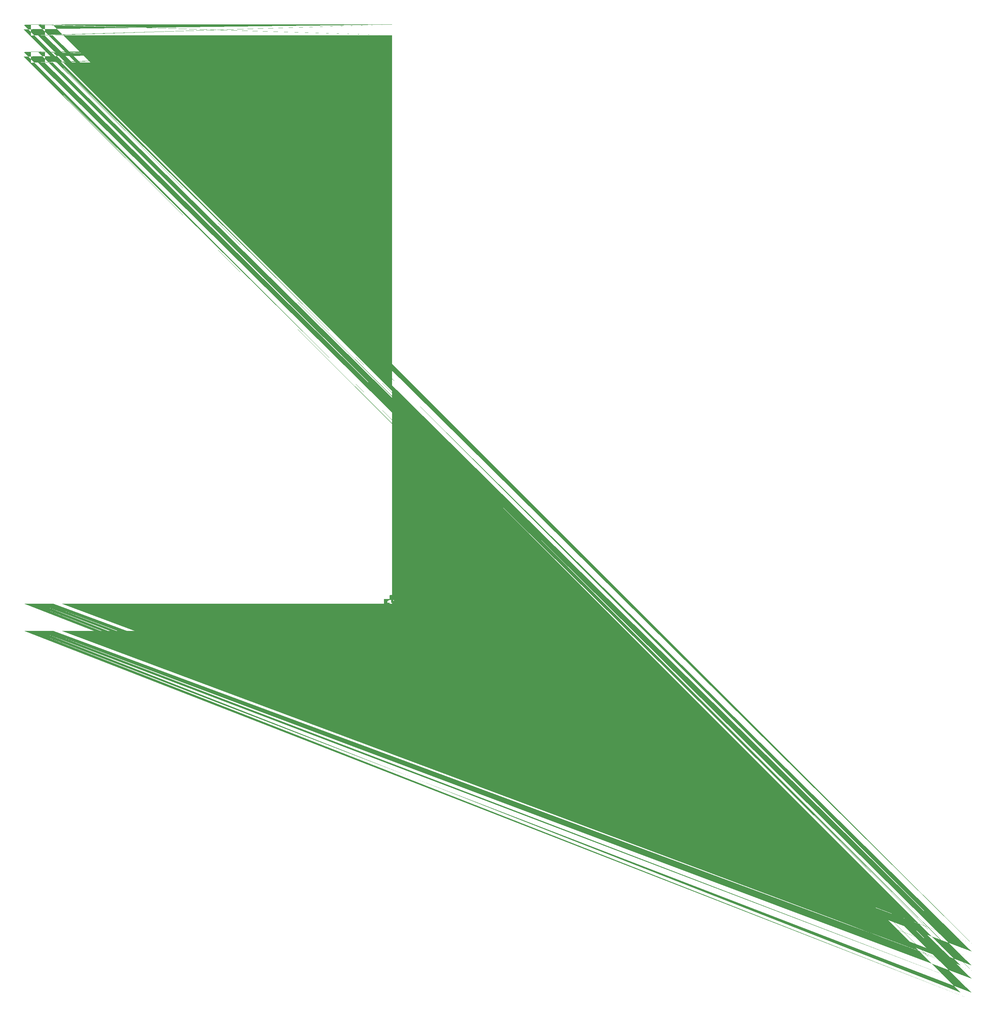
<source format=gtl>
G04 #@! TF.GenerationSoftware,KiCad,Pcbnew,8.0.9-8.0.9-0~ubuntu22.04.1*
G04 #@! TF.CreationDate,2025-06-17T20:00:39-06:00*
G04 #@! TF.ProjectId,dongle,646f6e67-6c65-42e6-9b69-6361645f7063,rev?*
G04 #@! TF.SameCoordinates,Original*
G04 #@! TF.FileFunction,Copper,L1,Top*
G04 #@! TF.FilePolarity,Positive*
%FSLAX46Y46*%
G04 Gerber Fmt 4.6, Leading zero omitted, Abs format (unit mm)*
G04 Created by KiCad (PCBNEW 8.0.9-8.0.9-0~ubuntu22.04.1) date 2025-06-17 20:00:39*
%MOMM*%
%LPD*%
G01*
G04 APERTURE LIST*
G04 Aperture macros list*
%AMRoundRect*
0 Rectangle with rounded corners*
0 $1 Rounding radius*
0 $2 $3 $4 $5 $6 $7 $8 $9 X,Y pos of 4 corners*
0 Add a 4 corners polygon primitive as box body*
4,1,4,$2,$3,$4,$5,$6,$7,$8,$9,$2,$3,0*
0 Add four circle primitives for the rounded corners*
1,1,$1+$1,$2,$3*
1,1,$1+$1,$4,$5*
1,1,$1+$1,$6,$7*
1,1,$1+$1,$8,$9*
0 Add four rect primitives between the rounded corners*
20,1,$1+$1,$2,$3,$4,$5,0*
20,1,$1+$1,$4,$5,$6,$7,0*
20,1,$1+$1,$6,$7,$8,$9,0*
20,1,$1+$1,$8,$9,$2,$3,0*%
%AMFreePoly0*
4,1,229,0.026192,0.903996,0.026383,0.903985,0.052383,0.901985,0.052573,0.901967,0.078573,0.898967,0.078944,0.898910,0.104944,0.893910,0.105167,0.893862,0.130167,0.887862,0.130300,0.887828,0.156300,0.880828,0.156756,0.880682,0.180756,0.871682,0.180923,0.871615,0.204923,0.861615,0.205083,0.861545,0.229083,0.850545,0.229460,0.850353,0.252460,0.837353,0.252684,0.837218,
0.296684,0.809218,0.297030,0.808977,0.318030,0.792977,0.318238,0.792810,0.338238,0.775810,0.338439,0.775630,0.357439,0.757630,0.357630,0.757439,0.375630,0.738439,0.375810,0.738238,0.392810,0.718238,0.392977,0.718030,0.408977,0.697030,0.409218,0.696684,0.437218,0.652684,0.437353,0.652460,0.450353,0.629460,0.450545,0.629083,0.461545,0.605083,0.461615,0.604923,
0.471615,0.580923,0.471682,0.580756,0.480682,0.556756,0.480828,0.556300,0.487828,0.530300,0.487862,0.530167,0.493862,0.505167,0.493910,0.504944,0.498910,0.478944,0.498967,0.478573,0.501967,0.452573,0.501985,0.452383,0.503985,0.426383,0.503996,0.426192,0.504996,0.400192,0.505000,0.400000,0.505000,-0.400000,0.504996,-0.400192,0.503996,-0.426192,0.503985,-0.426383,
0.501985,-0.452383,0.501967,-0.452573,0.498967,-0.478573,0.498910,-0.478944,0.493910,-0.504944,0.493862,-0.505167,0.487862,-0.530167,0.487828,-0.530300,0.480828,-0.556300,0.480682,-0.556756,0.471682,-0.580756,0.471615,-0.580923,0.461615,-0.604923,0.461545,-0.605083,0.450545,-0.629083,0.450353,-0.629460,0.437353,-0.652460,0.437218,-0.652684,0.409218,-0.696684,0.408977,-0.697030,
0.392977,-0.718030,0.392810,-0.718238,0.375810,-0.738238,0.375630,-0.738439,0.357630,-0.757439,0.357439,-0.757630,0.338439,-0.775630,0.338238,-0.775810,0.318238,-0.792810,0.318030,-0.792977,0.297030,-0.808977,0.296684,-0.809218,0.252684,-0.837218,0.252460,-0.837353,0.229460,-0.850353,0.229083,-0.850545,0.205083,-0.861545,0.204923,-0.861615,0.180923,-0.871615,0.180756,-0.871682,
0.156756,-0.880682,0.156300,-0.880828,0.130300,-0.887828,0.130167,-0.887862,0.105167,-0.893862,0.104944,-0.893910,0.078944,-0.898910,0.078573,-0.898967,0.052573,-0.901967,0.052383,-0.901985,0.026383,-0.903985,0.026192,-0.903996,0.000192,-0.904996,-0.000192,-0.904996,-0.026192,-0.903996,-0.026383,-0.903985,-0.052383,-0.901985,-0.052573,-0.901967,-0.078573,-0.898967,-0.078944,-0.898910,
-0.104944,-0.893910,-0.105167,-0.893862,-0.130167,-0.887862,-0.130300,-0.887828,-0.156300,-0.880828,-0.156756,-0.880682,-0.180756,-0.871682,-0.180923,-0.871615,-0.204923,-0.861615,-0.205083,-0.861545,-0.229083,-0.850545,-0.229460,-0.850353,-0.252460,-0.837353,-0.252684,-0.837218,-0.296684,-0.809218,-0.297030,-0.808977,-0.318030,-0.792977,-0.318238,-0.792810,-0.338238,-0.775810,-0.338439,-0.775630,
-0.357439,-0.757630,-0.357630,-0.757439,-0.375630,-0.738439,-0.375810,-0.738238,-0.392810,-0.718238,-0.392977,-0.718030,-0.408977,-0.697030,-0.409218,-0.696684,-0.437218,-0.652684,-0.437353,-0.652460,-0.450353,-0.629460,-0.450545,-0.629083,-0.461545,-0.605083,-0.461615,-0.604923,-0.471615,-0.580923,-0.471682,-0.580756,-0.480682,-0.556756,-0.480828,-0.556300,-0.487828,-0.530300,-0.487862,-0.530167,
-0.493862,-0.505167,-0.493910,-0.504944,-0.498910,-0.478944,-0.498967,-0.478573,-0.501967,-0.452573,-0.501985,-0.452383,-0.503985,-0.426383,-0.503996,-0.426192,-0.504996,-0.400192,-0.505000,-0.400000,-0.505000,0.400000,-0.504996,0.400192,-0.503996,0.426192,-0.503985,0.426383,-0.501985,0.452383,-0.501967,0.452573,-0.498967,0.478573,-0.498910,0.478944,-0.493910,0.504944,-0.493862,0.505167,
-0.487862,0.530167,-0.487828,0.530300,-0.480828,0.556300,-0.480682,0.556756,-0.471682,0.580756,-0.471615,0.580923,-0.461615,0.604923,-0.461545,0.605083,-0.450545,0.629083,-0.450353,0.629460,-0.437353,0.652460,-0.437218,0.652684,-0.409218,0.696684,-0.408977,0.697030,-0.392977,0.718030,-0.392810,0.718238,-0.375810,0.738238,-0.375630,0.738439,-0.357630,0.757439,-0.357439,0.757630,
-0.338439,0.775630,-0.338238,0.775810,-0.318238,0.792810,-0.318030,0.792977,-0.297030,0.808977,-0.296684,0.809218,-0.252684,0.837218,-0.252460,0.837353,-0.229460,0.850353,-0.229083,0.850545,-0.205083,0.861545,-0.204923,0.861615,-0.180923,0.871615,-0.180756,0.871682,-0.156756,0.880682,-0.156300,0.880828,-0.130300,0.887828,-0.130167,0.887862,-0.105167,0.893862,-0.104944,0.893910,
-0.078944,0.898910,-0.078573,0.898967,-0.052573,0.901967,-0.052383,0.901985,-0.026383,0.903985,-0.026192,0.903996,-0.000192,0.904996,0.000192,0.904996,0.026192,0.903996,0.026192,0.903996,$1*%
G04 Aperture macros list end*
G04 #@! TA.AperFunction,EtchedComponent*
%ADD10C,0.200000*%
G04 #@! TD*
G04 #@! TA.AperFunction,SMDPad,CuDef*
%ADD11RoundRect,0.147500X-0.147500X-0.172500X0.147500X-0.172500X0.147500X0.172500X-0.147500X0.172500X0*%
G04 #@! TD*
G04 #@! TA.AperFunction,SMDPad,CuDef*
%ADD12RoundRect,0.100000X0.100000X-0.130000X0.100000X0.130000X-0.100000X0.130000X-0.100000X-0.130000X0*%
G04 #@! TD*
G04 #@! TA.AperFunction,SMDPad,CuDef*
%ADD13R,0.850000X0.300000*%
G04 #@! TD*
G04 #@! TA.AperFunction,SMDPad,CuDef*
%ADD14R,0.300000X0.850000*%
G04 #@! TD*
G04 #@! TA.AperFunction,SMDPad,CuDef*
%ADD15RoundRect,0.100000X-0.100000X0.130000X-0.100000X-0.130000X0.100000X-0.130000X0.100000X0.130000X0*%
G04 #@! TD*
G04 #@! TA.AperFunction,SMDPad,CuDef*
%ADD16RoundRect,0.100000X0.130000X0.100000X-0.130000X0.100000X-0.130000X-0.100000X0.130000X-0.100000X0*%
G04 #@! TD*
G04 #@! TA.AperFunction,SMDPad,CuDef*
%ADD17RoundRect,0.140000X-0.170000X0.140000X-0.170000X-0.140000X0.170000X-0.140000X0.170000X0.140000X0*%
G04 #@! TD*
G04 #@! TA.AperFunction,SMDPad,CuDef*
%ADD18RoundRect,0.147500X-0.172500X0.147500X-0.172500X-0.147500X0.172500X-0.147500X0.172500X0.147500X0*%
G04 #@! TD*
G04 #@! TA.AperFunction,SMDPad,CuDef*
%ADD19R,1.200000X1.000000*%
G04 #@! TD*
G04 #@! TA.AperFunction,SMDPad,CuDef*
%ADD20RoundRect,0.140000X0.140000X0.170000X-0.140000X0.170000X-0.140000X-0.170000X0.140000X-0.170000X0*%
G04 #@! TD*
G04 #@! TA.AperFunction,SMDPad,CuDef*
%ADD21RoundRect,0.050000X-0.050000X0.050000X-0.050000X-0.050000X0.050000X-0.050000X0.050000X0.050000X0*%
G04 #@! TD*
G04 #@! TA.AperFunction,ComponentPad*
%ADD22FreePoly0,90.000000*%
G04 #@! TD*
G04 #@! TA.AperFunction,ViaPad*
%ADD23C,0.400000*%
G04 #@! TD*
G04 #@! TA.AperFunction,Conductor*
%ADD24C,0.150000*%
G04 #@! TD*
G04 #@! TA.AperFunction,Conductor*
%ADD25C,0.120000*%
G04 #@! TD*
G04 #@! TA.AperFunction,Conductor*
%ADD26C,0.200000*%
G04 #@! TD*
G04 #@! TA.AperFunction,Conductor*
%ADD27C,0.100000*%
G04 #@! TD*
G04 APERTURE END LIST*
D10*
X153080002Y-89600002D02*
X156930002Y-89600002D01*
X154030002Y-91900002D02*
X154030002Y-94100002D01*
X154030002Y-94100002D02*
X156930002Y-94100002D01*
X154030002Y-95900002D02*
X154030002Y-97900002D01*
X154030002Y-97900002D02*
X156930002Y-97900002D01*
X156930002Y-89600002D02*
X156930002Y-91900002D01*
X156930002Y-91900002D02*
X154030002Y-91900002D01*
X156930002Y-94100002D02*
X156930002Y-95900002D01*
X156930002Y-95900002D02*
X154030002Y-95900002D01*
X156930002Y-97900002D02*
X156930002Y-99800002D01*
X156930002Y-99800002D02*
X155630002Y-99800002D01*
D11*
X152065000Y-89800000D03*
X153035000Y-89800000D03*
D12*
X141050002Y-92820000D03*
X141049998Y-92180000D03*
D13*
X144550000Y-94475000D03*
X144550000Y-94975000D03*
X144550000Y-95475000D03*
X144550000Y-95975000D03*
X144550000Y-96475000D03*
X144550000Y-96975000D03*
X144550000Y-97475000D03*
X144550000Y-97975000D03*
D14*
X145250000Y-98675000D03*
X145750000Y-98675000D03*
X146250000Y-98675000D03*
X146750000Y-98675000D03*
X147250000Y-98675000D03*
X147750000Y-98675000D03*
X148250000Y-98675000D03*
X148750000Y-98675000D03*
D13*
X149450000Y-97975000D03*
X149450000Y-97475000D03*
X149450000Y-96975000D03*
X149450000Y-96475000D03*
X149450000Y-95975000D03*
X149450000Y-95475000D03*
X149450000Y-94975000D03*
X149450000Y-94475000D03*
D14*
X148750000Y-93775000D03*
X148250000Y-93775000D03*
X147750000Y-93775000D03*
X147250000Y-93775000D03*
X146750000Y-93775000D03*
X146250000Y-93775000D03*
X145750000Y-93775000D03*
X145250000Y-93775000D03*
D15*
X143325002Y-92255000D03*
X143324998Y-92895000D03*
D16*
X144400000Y-99550000D03*
X143760004Y-99550006D03*
D17*
X150700000Y-91625000D03*
X150700000Y-92584998D03*
D16*
X144399998Y-100375004D03*
X143760002Y-100375010D03*
D18*
X150750000Y-95540000D03*
X150750000Y-96510000D03*
D15*
X143200002Y-94805000D03*
X143199998Y-95445000D03*
D19*
X146050000Y-91599998D03*
X147750000Y-91599998D03*
X147750000Y-90299998D03*
X146050000Y-90299998D03*
D18*
X150725000Y-97515000D03*
X150725000Y-98485000D03*
D12*
X143375001Y-97070002D03*
X143374999Y-96429998D03*
D20*
X153030000Y-90825000D03*
X152070000Y-90825000D03*
D21*
X153080002Y-89600002D03*
D18*
X150700000Y-93565000D03*
X150700000Y-94535000D03*
D22*
X142600000Y-98500000D03*
X142600000Y-91100000D03*
D23*
X151300000Y-92100000D03*
X145175000Y-99650000D03*
X148800000Y-89475000D03*
X151325000Y-98025000D03*
X146725000Y-92775000D03*
X149450000Y-100175000D03*
X144100000Y-89475000D03*
X141250000Y-99200000D03*
X146925000Y-94525000D03*
X151125000Y-89800000D03*
X148950000Y-91875000D03*
X151350000Y-96025000D03*
X141175000Y-90750000D03*
X142750000Y-99650000D03*
X151325000Y-94050000D03*
X148125000Y-100175000D03*
X150075000Y-89800000D03*
X146200000Y-94600000D03*
X148475000Y-96975000D03*
X145625000Y-100425000D03*
X147750000Y-94600000D03*
X149600000Y-93875000D03*
X150075000Y-99175000D03*
X145825000Y-97550000D03*
X143650000Y-94400000D03*
X146225000Y-97000000D03*
X141650000Y-95050000D03*
X143600000Y-97750000D03*
X145450000Y-96000000D03*
X141650000Y-94400000D03*
X144825000Y-92425000D03*
X147250000Y-97025000D03*
X143325000Y-95925000D03*
X147225000Y-89475000D03*
X147675000Y-92550000D03*
X149425000Y-93100000D03*
X144325000Y-91250000D03*
X145775000Y-94975000D03*
X148350000Y-92550000D03*
X145990000Y-92409998D03*
X143400000Y-93925000D03*
X141650000Y-92800000D03*
X141675000Y-95550000D03*
D24*
X148250000Y-94550000D02*
X148250000Y-93775000D01*
D25*
X146250000Y-93775000D02*
X146250000Y-93274904D01*
D26*
X149450000Y-97975000D02*
X149450000Y-97475000D01*
D24*
X149450000Y-94975000D02*
X148675000Y-94975000D01*
D26*
X152065000Y-89800000D02*
X151150000Y-89800000D01*
D25*
X146250000Y-93274904D02*
X146674952Y-92849952D01*
D24*
X148675000Y-94975000D02*
X148250000Y-94550000D01*
D26*
X143495000Y-95445000D02*
X143199998Y-95445000D01*
X144025000Y-95975000D02*
X143495000Y-95445000D01*
X144700000Y-95975000D02*
X144025000Y-95975000D01*
X144700000Y-95475000D02*
X146475000Y-95475000D01*
X144400000Y-99550000D02*
X144400000Y-99525000D01*
X144400000Y-99550000D02*
X144400000Y-100375002D01*
X144750000Y-94525000D02*
X145400000Y-94525000D01*
X146475000Y-95475000D02*
X146775000Y-95175000D01*
X149450000Y-93975000D02*
X149575000Y-93850000D01*
X146775000Y-95175000D02*
X146200000Y-94600000D01*
X144700000Y-94475000D02*
X144750000Y-94525000D01*
X144400000Y-99525000D02*
X145250000Y-98675000D01*
X149450000Y-96975000D02*
X148475000Y-96975000D01*
X149450000Y-94475000D02*
X149450000Y-93975000D01*
X146100000Y-94525000D02*
X146175000Y-94600000D01*
X144399998Y-100375004D02*
X145575004Y-100375004D01*
X147750000Y-93775000D02*
X147750000Y-94600000D01*
X145350000Y-94575000D02*
X145400000Y-94525000D01*
X144400000Y-100375002D02*
X144399998Y-100375004D01*
X145575004Y-100375004D02*
X145625000Y-100425000D01*
X145400000Y-94525000D02*
X146100000Y-94525000D01*
D25*
X150135000Y-96565000D02*
X150045000Y-96475000D01*
D26*
X150750000Y-98485000D02*
X150740000Y-98485000D01*
D25*
X150135000Y-97895000D02*
X150135000Y-96565000D01*
X150045000Y-96475000D02*
X149450000Y-96475000D01*
D26*
X150740000Y-98485000D02*
X150075000Y-99150000D01*
D25*
X150725000Y-98485000D02*
X150135000Y-97895000D01*
D26*
X150725000Y-96535000D02*
X150750000Y-96510000D01*
X150725000Y-97515000D02*
X150725000Y-96535000D01*
X150750000Y-96510000D02*
X150215000Y-95975000D01*
X150215000Y-95975000D02*
X149450000Y-95975000D01*
X150750000Y-94585000D02*
X150700000Y-94535000D01*
X150750000Y-95540000D02*
X150750000Y-94585000D01*
X150685000Y-95475000D02*
X150750000Y-95540000D01*
X149450000Y-95475000D02*
X150685000Y-95475000D01*
X143420001Y-96475000D02*
X143374999Y-96429998D01*
X144550000Y-96475000D02*
X143420001Y-96475000D01*
X144550000Y-97975000D02*
X144550000Y-98325000D01*
X144700000Y-97975000D02*
X144254998Y-97975000D01*
X143760004Y-99114996D02*
X143760004Y-99550006D01*
X144550000Y-98325000D02*
X143760004Y-99114996D01*
X145825000Y-97550000D02*
X145750000Y-97475000D01*
X145750000Y-97475000D02*
X144550000Y-97475000D01*
X150700000Y-93565000D02*
X150700000Y-92584998D01*
X151400000Y-90925000D02*
X151970000Y-90925000D01*
X150700000Y-91625000D02*
X151400000Y-90925000D01*
X151970000Y-90925000D02*
X152070000Y-90825000D01*
D24*
X143245000Y-94805000D02*
X143650000Y-94400000D01*
X143200002Y-94805000D02*
X143245000Y-94805000D01*
D26*
X143375001Y-97500001D02*
X143600000Y-97725000D01*
X143375001Y-97070002D02*
X143375001Y-97500001D01*
D27*
X146900000Y-89775000D02*
X147225000Y-89450000D01*
X145750000Y-93775000D02*
X145750000Y-93200000D01*
X146900000Y-92250000D02*
X146900000Y-89775000D01*
X146700000Y-92450000D02*
X146900000Y-92250000D01*
X146500000Y-92450000D02*
X146700000Y-92450000D01*
X147225000Y-89450000D02*
X147750000Y-89975000D01*
X147750000Y-89975000D02*
X147750000Y-90299998D01*
X145750000Y-93200000D02*
X146500000Y-92450000D01*
D25*
X147272452Y-92705000D02*
X147675000Y-92705000D01*
X146750000Y-93227452D02*
X147272452Y-92705000D01*
X147675000Y-92705000D02*
X147675000Y-92500000D01*
X146750000Y-93775000D02*
X146750000Y-93227452D01*
D26*
X148750000Y-93775000D02*
X149450000Y-93075000D01*
X144550000Y-94975000D02*
X145775000Y-94975000D01*
D25*
X147405000Y-93025000D02*
X148000000Y-93025000D01*
X147250000Y-93180000D02*
X147405000Y-93025000D01*
X148350000Y-92675000D02*
X148350000Y-92525000D01*
X147250000Y-93775000D02*
X147250000Y-93180000D01*
X148000000Y-93025000D02*
X148350000Y-92675000D01*
D27*
X145250000Y-93775000D02*
X145250000Y-93275000D01*
X145250000Y-93275000D02*
X146050000Y-92475000D01*
X146050000Y-92475000D02*
X146050000Y-91599998D01*
D26*
X143400000Y-92970002D02*
X143324998Y-92895000D01*
X143400000Y-93925000D02*
X143400000Y-92970002D01*
D24*
X141630000Y-92820000D02*
X141650000Y-92800000D01*
X141050002Y-92820000D02*
X141630000Y-92820000D01*
G04 #@! TA.AperFunction,Conductor*
G36*
X151401325Y-88824676D02*
G01*
X151468312Y-88844536D01*
X151513929Y-88897460D01*
X151525000Y-88948676D01*
X151525000Y-90500500D01*
X151505315Y-90567539D01*
X151452511Y-90613294D01*
X151401000Y-90624500D01*
X151360438Y-90624500D01*
X151322224Y-90634739D01*
X151284009Y-90644979D01*
X151284004Y-90644982D01*
X151215495Y-90684535D01*
X151215487Y-90684541D01*
X150791846Y-91108181D01*
X150730523Y-91141666D01*
X150704166Y-91144500D01*
X150490105Y-91144500D01*
X150474386Y-91146569D01*
X150440513Y-91151028D01*
X150440511Y-91151029D01*
X150440509Y-91151029D01*
X150331683Y-91201776D01*
X150246776Y-91286683D01*
X150196027Y-91395514D01*
X150189500Y-91445097D01*
X150189500Y-91804894D01*
X150189501Y-91804900D01*
X150196028Y-91854487D01*
X150196029Y-91854489D01*
X150196029Y-91854490D01*
X150246776Y-91963316D01*
X150300778Y-92017318D01*
X150334263Y-92078641D01*
X150329279Y-92148333D01*
X150300778Y-92192680D01*
X150246776Y-92246681D01*
X150196027Y-92355512D01*
X150189500Y-92405095D01*
X150189500Y-92764892D01*
X150189501Y-92764898D01*
X150196028Y-92814485D01*
X150196029Y-92814487D01*
X150196029Y-92814488D01*
X150246776Y-92923314D01*
X150300476Y-92977014D01*
X150333961Y-93038337D01*
X150328977Y-93108029D01*
X150300476Y-93152376D01*
X150240365Y-93212486D01*
X150189355Y-93316828D01*
X150186539Y-93336156D01*
X150179500Y-93384472D01*
X150179500Y-93384477D01*
X150179500Y-93613659D01*
X150159815Y-93680698D01*
X150107011Y-93726453D01*
X150037853Y-93736397D01*
X149974297Y-93707372D01*
X149945016Y-93669955D01*
X149939374Y-93658882D01*
X149928050Y-93636658D01*
X149928047Y-93636655D01*
X149928045Y-93636652D01*
X149838347Y-93546954D01*
X149838344Y-93546952D01*
X149838342Y-93546950D01*
X149794838Y-93524783D01*
X149744044Y-93476810D01*
X149727249Y-93408989D01*
X149749787Y-93342854D01*
X149750818Y-93341413D01*
X149753043Y-93338348D01*
X149753050Y-93338342D01*
X149810646Y-93225304D01*
X149810646Y-93225302D01*
X149810647Y-93225301D01*
X149810647Y-93225300D01*
X149830492Y-93100003D01*
X149830492Y-93099996D01*
X149810647Y-92974699D01*
X149810647Y-92974698D01*
X149809194Y-92971847D01*
X149753050Y-92861658D01*
X149753046Y-92861654D01*
X149753045Y-92861652D01*
X149663347Y-92771954D01*
X149663344Y-92771952D01*
X149663342Y-92771950D01*
X149550304Y-92714354D01*
X149550303Y-92714353D01*
X149550300Y-92714352D01*
X149425003Y-92694508D01*
X149424997Y-92694508D01*
X149299699Y-92714352D01*
X149299698Y-92714352D01*
X149224337Y-92752751D01*
X149186658Y-92771950D01*
X149186657Y-92771951D01*
X149186652Y-92771954D01*
X149096954Y-92861652D01*
X149096951Y-92861657D01*
X149096950Y-92861658D01*
X149065535Y-92923314D01*
X149039353Y-92974698D01*
X149033611Y-93010948D01*
X149003680Y-93074082D01*
X148944368Y-93111012D01*
X148874505Y-93110012D01*
X148816273Y-93071401D01*
X148811871Y-93065858D01*
X148757188Y-92992811D01*
X148707566Y-92955664D01*
X148665695Y-92899730D01*
X148660711Y-92830038D01*
X148675149Y-92797816D01*
X148673619Y-92797037D01*
X148678048Y-92788343D01*
X148678050Y-92788342D01*
X148735646Y-92675304D01*
X148735646Y-92675302D01*
X148735647Y-92675301D01*
X148735647Y-92675300D01*
X148755492Y-92550003D01*
X148755492Y-92549996D01*
X148743122Y-92471894D01*
X148752077Y-92402601D01*
X148766329Y-92378185D01*
X148793351Y-92342088D01*
X148843597Y-92207374D01*
X148843598Y-92207370D01*
X148849999Y-92147842D01*
X148850000Y-92147825D01*
X148850000Y-91849998D01*
X147874000Y-91849998D01*
X147806961Y-91830313D01*
X147761206Y-91777509D01*
X147750000Y-91725998D01*
X147750000Y-91473998D01*
X147769685Y-91406959D01*
X147822489Y-91361204D01*
X147874000Y-91349998D01*
X148850000Y-91349998D01*
X148850000Y-91052170D01*
X148849999Y-91052153D01*
X148843598Y-90992625D01*
X148843596Y-90992618D01*
X148793354Y-90857911D01*
X148793350Y-90857904D01*
X148707190Y-90742810D01*
X148600188Y-90662707D01*
X148558318Y-90606773D01*
X148550500Y-90563441D01*
X148550500Y-89780247D01*
X148550499Y-89780245D01*
X148538868Y-89721768D01*
X148538867Y-89721767D01*
X148494552Y-89655445D01*
X148428230Y-89611130D01*
X148428229Y-89611129D01*
X148369752Y-89599498D01*
X148369748Y-89599498D01*
X147780121Y-89599498D01*
X147713082Y-89579813D01*
X147692440Y-89563179D01*
X147663918Y-89534657D01*
X147630433Y-89473334D01*
X147629126Y-89466373D01*
X147610647Y-89349699D01*
X147610647Y-89349698D01*
X147610646Y-89349696D01*
X147553050Y-89236658D01*
X147553046Y-89236654D01*
X147553045Y-89236652D01*
X147463347Y-89146954D01*
X147463344Y-89146952D01*
X147463342Y-89146950D01*
X147350304Y-89089354D01*
X147350303Y-89089353D01*
X147350300Y-89089352D01*
X147225003Y-89069508D01*
X147224997Y-89069508D01*
X147099699Y-89089352D01*
X147099698Y-89089352D01*
X147024337Y-89127751D01*
X146986658Y-89146950D01*
X146986657Y-89146951D01*
X146986652Y-89146954D01*
X146896950Y-89236656D01*
X146894447Y-89241569D01*
X146846470Y-89292362D01*
X146778648Y-89309154D01*
X146763477Y-89307055D01*
X146697844Y-89299998D01*
X146300000Y-89299998D01*
X146300000Y-90175998D01*
X146280315Y-90243037D01*
X146227511Y-90288792D01*
X146176000Y-90299998D01*
X146050000Y-90299998D01*
X146050000Y-90425998D01*
X146030315Y-90493037D01*
X145977511Y-90538792D01*
X145926000Y-90549998D01*
X144950000Y-90549998D01*
X144950000Y-90847842D01*
X144956401Y-90907370D01*
X144956403Y-90907377D01*
X145006645Y-91042084D01*
X145006649Y-91042091D01*
X145092809Y-91157185D01*
X145092812Y-91157188D01*
X145199811Y-91237288D01*
X145241682Y-91293221D01*
X145249500Y-91336554D01*
X145249500Y-91989453D01*
X145229815Y-92056492D01*
X145177011Y-92102247D01*
X145107853Y-92112191D01*
X145069205Y-92099938D01*
X145063343Y-92096951D01*
X145063342Y-92096950D01*
X144950304Y-92039354D01*
X144950303Y-92039353D01*
X144950300Y-92039352D01*
X144825003Y-92019508D01*
X144824997Y-92019508D01*
X144699699Y-92039352D01*
X144699698Y-92039352D01*
X144633087Y-92073293D01*
X144586658Y-92096950D01*
X144586657Y-92096951D01*
X144586652Y-92096954D01*
X144496954Y-92186652D01*
X144496951Y-92186657D01*
X144496950Y-92186658D01*
X144486397Y-92207370D01*
X144439352Y-92299698D01*
X144439352Y-92299699D01*
X144419508Y-92424996D01*
X144419508Y-92425003D01*
X144439352Y-92550300D01*
X144439352Y-92550301D01*
X144445139Y-92561658D01*
X144496950Y-92663342D01*
X144496952Y-92663344D01*
X144496954Y-92663347D01*
X144586652Y-92753045D01*
X144586654Y-92753046D01*
X144586658Y-92753050D01*
X144699696Y-92810646D01*
X144699697Y-92810646D01*
X144699699Y-92810647D01*
X144824997Y-92830492D01*
X144825000Y-92830492D01*
X144825003Y-92830492D01*
X144950300Y-92810647D01*
X144950301Y-92810647D01*
X144950302Y-92810646D01*
X144950304Y-92810646D01*
X145063342Y-92753050D01*
X145153050Y-92663342D01*
X145210646Y-92550304D01*
X145210646Y-92550302D01*
X145210647Y-92550301D01*
X145210647Y-92550300D01*
X145230492Y-92425003D01*
X145230492Y-92415241D01*
X145233523Y-92415241D01*
X145240411Y-92361871D01*
X145285398Y-92308411D01*
X145352146Y-92287760D01*
X145378126Y-92290129D01*
X145415010Y-92297466D01*
X145430251Y-92300498D01*
X145430252Y-92300498D01*
X145461259Y-92300498D01*
X145528298Y-92320183D01*
X145574053Y-92372987D01*
X145583733Y-92405102D01*
X145584508Y-92409996D01*
X145584508Y-92409998D01*
X145586884Y-92425000D01*
X145598720Y-92499734D01*
X145589764Y-92569027D01*
X145563927Y-92606811D01*
X145090661Y-93080076D01*
X145090662Y-93080077D01*
X145037636Y-93133103D01*
X145030851Y-93143258D01*
X145027238Y-93140844D01*
X144998121Y-93176913D01*
X144996379Y-93178098D01*
X144955447Y-93205447D01*
X144911132Y-93271769D01*
X144911131Y-93271770D01*
X144899500Y-93330247D01*
X144899500Y-94000500D01*
X144879815Y-94067539D01*
X144827011Y-94113294D01*
X144775500Y-94124500D01*
X144105249Y-94124500D01*
X144034791Y-94138515D01*
X144033986Y-94134471D01*
X143987178Y-94139493D01*
X143924706Y-94108203D01*
X143921542Y-94105149D01*
X143888343Y-94071950D01*
X143870414Y-94062815D01*
X143819617Y-94014841D01*
X143802822Y-93947020D01*
X143804234Y-93932938D01*
X143805492Y-93925000D01*
X143805492Y-93924997D01*
X143805492Y-93924996D01*
X143785647Y-93799699D01*
X143785647Y-93799698D01*
X143778772Y-93786206D01*
X143728050Y-93686658D01*
X143728047Y-93686655D01*
X143728046Y-93686653D01*
X143724179Y-93681329D01*
X143700702Y-93615522D01*
X143700500Y-93608448D01*
X143700500Y-93171161D01*
X143711065Y-93121075D01*
X143722583Y-93094991D01*
X143725498Y-93069865D01*
X143725497Y-92971853D01*
X143745181Y-92904817D01*
X143774011Y-92873479D01*
X143852925Y-92812926D01*
X143949102Y-92687586D01*
X144009556Y-92541634D01*
X144009557Y-92541630D01*
X144020963Y-92455000D01*
X142629043Y-92455000D01*
X142629041Y-92455001D01*
X142640444Y-92541627D01*
X142640446Y-92541633D01*
X142700901Y-92687585D01*
X142797078Y-92812926D01*
X142875984Y-92873472D01*
X142917187Y-92929900D01*
X142924498Y-92971847D01*
X142924498Y-93069856D01*
X142924500Y-93069881D01*
X142927412Y-93094988D01*
X142927413Y-93094991D01*
X142972791Y-93197764D01*
X143060358Y-93285331D01*
X143057919Y-93287769D01*
X143089751Y-93326749D01*
X143099500Y-93374945D01*
X143099500Y-93608448D01*
X143079815Y-93675487D01*
X143075821Y-93681329D01*
X143071953Y-93686653D01*
X143014352Y-93799698D01*
X143014352Y-93799699D01*
X142994508Y-93924996D01*
X142994508Y-93925003D01*
X143014352Y-94050300D01*
X143014352Y-94050301D01*
X143025383Y-94071950D01*
X143071950Y-94163342D01*
X143071952Y-94163344D01*
X143071954Y-94163347D01*
X143080069Y-94171462D01*
X143113554Y-94232785D01*
X143108570Y-94302477D01*
X143066698Y-94358410D01*
X143038002Y-94372421D01*
X143038544Y-94373647D01*
X142927237Y-94422793D01*
X142847796Y-94502234D01*
X142802417Y-94605006D01*
X142802417Y-94605008D01*
X142799502Y-94630131D01*
X142799502Y-94979856D01*
X142799504Y-94979882D01*
X142802415Y-95004986D01*
X142802416Y-95004990D01*
X142802417Y-95004991D01*
X142830112Y-95067715D01*
X142833289Y-95074909D01*
X142842360Y-95144188D01*
X142833289Y-95175081D01*
X142802413Y-95245009D01*
X142799498Y-95270131D01*
X142799498Y-95619856D01*
X142799500Y-95619882D01*
X142802411Y-95644987D01*
X142802413Y-95644991D01*
X142847791Y-95747764D01*
X142889259Y-95789232D01*
X142922744Y-95850555D01*
X142924052Y-95896309D01*
X142920475Y-95918898D01*
X142919508Y-95925002D01*
X142919508Y-95925003D01*
X142939352Y-96050300D01*
X142939352Y-96050301D01*
X142975508Y-96121260D01*
X142988404Y-96189930D01*
X142978461Y-96227633D01*
X142977415Y-96230000D01*
X142977414Y-96230006D01*
X142974499Y-96255129D01*
X142974499Y-96604854D01*
X142974501Y-96604880D01*
X142977412Y-96629984D01*
X142977413Y-96629988D01*
X142977414Y-96629989D01*
X143004144Y-96690528D01*
X143008290Y-96699916D01*
X143017361Y-96769195D01*
X143008290Y-96800087D01*
X142992122Y-96836706D01*
X142977416Y-96870011D01*
X142974501Y-96895133D01*
X142974501Y-97244858D01*
X142974503Y-97244884D01*
X142977414Y-97269988D01*
X142977415Y-97269992D01*
X142977416Y-97269993D01*
X142995485Y-97310916D01*
X143004556Y-97380192D01*
X142974732Y-97443377D01*
X142915483Y-97480408D01*
X142882050Y-97485000D01*
X142850000Y-97485000D01*
X142850000Y-98250000D01*
X142350000Y-98250000D01*
X142350000Y-97485000D01*
X142200012Y-97485000D01*
X142190800Y-97485083D01*
X142190368Y-97485091D01*
X142180216Y-97485378D01*
X142154263Y-97486377D01*
X142144665Y-97486837D01*
X142144223Y-97486862D01*
X142134541Y-97487513D01*
X142108462Y-97489518D01*
X142098196Y-97490415D01*
X142097778Y-97490455D01*
X142089017Y-97491388D01*
X142062956Y-97494395D01*
X142044156Y-97496924D01*
X142043405Y-97497040D01*
X142024747Y-97500265D01*
X141998790Y-97505258D01*
X141987804Y-97507495D01*
X141987465Y-97507568D01*
X141975797Y-97510224D01*
X141950817Y-97516218D01*
X141943644Y-97517996D01*
X141943210Y-97518107D01*
X141937193Y-97519686D01*
X141911118Y-97526706D01*
X141887760Y-97533603D01*
X141886870Y-97533889D01*
X141864168Y-97541791D01*
X141840161Y-97550795D01*
X141832349Y-97553798D01*
X141831952Y-97553954D01*
X141822926Y-97557613D01*
X141798991Y-97567586D01*
X141791246Y-97570889D01*
X141790863Y-97571055D01*
X141782431Y-97574826D01*
X141758440Y-97585822D01*
X141739176Y-97595150D01*
X141738425Y-97595533D01*
X141719574Y-97605668D01*
X141696578Y-97618666D01*
X141685150Y-97625325D01*
X141684632Y-97625635D01*
X141673487Y-97632526D01*
X141629518Y-97660507D01*
X141611328Y-97672644D01*
X141610605Y-97673148D01*
X141593897Y-97685346D01*
X141572879Y-97701359D01*
X141562211Y-97709716D01*
X141561775Y-97710067D01*
X141551472Y-97718593D01*
X141531443Y-97735617D01*
X141521712Y-97744106D01*
X141521268Y-97744503D01*
X141510843Y-97754105D01*
X141491806Y-97772139D01*
X141482001Y-97781683D01*
X141481683Y-97782001D01*
X141472139Y-97791806D01*
X141454105Y-97810843D01*
X141444503Y-97821268D01*
X141444106Y-97821712D01*
X141435617Y-97831443D01*
X141418593Y-97851472D01*
X141410067Y-97861775D01*
X141409716Y-97862211D01*
X141401359Y-97872879D01*
X141385346Y-97893897D01*
X141373148Y-97910605D01*
X141372644Y-97911328D01*
X141360507Y-97929518D01*
X141332526Y-97973487D01*
X141325635Y-97984632D01*
X141325325Y-97985150D01*
X141318666Y-97996578D01*
X141305668Y-98019574D01*
X141295533Y-98038425D01*
X141295150Y-98039176D01*
X141285822Y-98058440D01*
X141274826Y-98082431D01*
X141271055Y-98090863D01*
X141270889Y-98091246D01*
X141267586Y-98098991D01*
X141257613Y-98122926D01*
X141253954Y-98131952D01*
X141253798Y-98132349D01*
X141250795Y-98140161D01*
X141241791Y-98164168D01*
X141233889Y-98186870D01*
X141233603Y-98187760D01*
X141226706Y-98211118D01*
X141219686Y-98237193D01*
X141218093Y-98243264D01*
X141217990Y-98243668D01*
X141216421Y-98249999D01*
X141216422Y-98250000D01*
X142150272Y-98250000D01*
X142058386Y-98288060D01*
X141988060Y-98358386D01*
X141950000Y-98450272D01*
X141950000Y-98549728D01*
X141988060Y-98641614D01*
X142058386Y-98711940D01*
X142150272Y-98750000D01*
X141216422Y-98750000D01*
X141217981Y-98756294D01*
X141218093Y-98756735D01*
X141219686Y-98762806D01*
X141226706Y-98788881D01*
X141233603Y-98812239D01*
X141233889Y-98813129D01*
X141241791Y-98835831D01*
X141250795Y-98859838D01*
X141253798Y-98867650D01*
X141253954Y-98868047D01*
X141257613Y-98877073D01*
X141267586Y-98901008D01*
X141270889Y-98908753D01*
X141271055Y-98909136D01*
X141274826Y-98917568D01*
X141285822Y-98941559D01*
X141295150Y-98960823D01*
X141295533Y-98961574D01*
X141305668Y-98980425D01*
X141318666Y-99003421D01*
X141325325Y-99014849D01*
X141325635Y-99015367D01*
X141332526Y-99026512D01*
X141360507Y-99070481D01*
X141372644Y-99088671D01*
X141373148Y-99089394D01*
X141385346Y-99106102D01*
X141401359Y-99127120D01*
X141409716Y-99137788D01*
X141410067Y-99138224D01*
X141418593Y-99148527D01*
X141435617Y-99168556D01*
X141444106Y-99178287D01*
X141444503Y-99178731D01*
X141454105Y-99189156D01*
X141472139Y-99208193D01*
X141481683Y-99217998D01*
X141482001Y-99218316D01*
X141491806Y-99227860D01*
X141510843Y-99245894D01*
X141521268Y-99255496D01*
X141521712Y-99255893D01*
X141531443Y-99264382D01*
X141551472Y-99281406D01*
X141561775Y-99289932D01*
X141562211Y-99290283D01*
X141572879Y-99298640D01*
X141593897Y-99314653D01*
X141610605Y-99326851D01*
X141611328Y-99327355D01*
X141629518Y-99339492D01*
X141673487Y-99367473D01*
X141684632Y-99374364D01*
X141685150Y-99374674D01*
X141696578Y-99381333D01*
X141719574Y-99394331D01*
X141738425Y-99404466D01*
X141739176Y-99404849D01*
X141758440Y-99414177D01*
X141782431Y-99425173D01*
X141790863Y-99428944D01*
X141791246Y-99429110D01*
X141798991Y-99432413D01*
X141822926Y-99442386D01*
X141831952Y-99446045D01*
X141832349Y-99446201D01*
X141840161Y-99449204D01*
X141864168Y-99458208D01*
X141886870Y-99466110D01*
X141887760Y-99466396D01*
X141911118Y-99473293D01*
X141937193Y-99480313D01*
X141943210Y-99481892D01*
X141943644Y-99482003D01*
X141950817Y-99483781D01*
X141975797Y-99489775D01*
X141987465Y-99492431D01*
X141987804Y-99492504D01*
X141998790Y-99494741D01*
X142024747Y-99499734D01*
X142043405Y-99502959D01*
X142044156Y-99503075D01*
X142062956Y-99505604D01*
X142089017Y-99508611D01*
X142097778Y-99509544D01*
X142098196Y-99509584D01*
X142108462Y-99510481D01*
X142134541Y-99512486D01*
X142144223Y-99513137D01*
X142144665Y-99513162D01*
X142154263Y-99513622D01*
X142180216Y-99514621D01*
X142190368Y-99514908D01*
X142190800Y-99514916D01*
X142200012Y-99515000D01*
X142350000Y-99515000D01*
X142350000Y-98750000D01*
X142850000Y-98750000D01*
X142850000Y-99515000D01*
X142999988Y-99515000D01*
X143009199Y-99514916D01*
X143009631Y-99514908D01*
X143019783Y-99514621D01*
X143045736Y-99513622D01*
X143055334Y-99513162D01*
X143055776Y-99513137D01*
X143065458Y-99512486D01*
X143091537Y-99510481D01*
X143101803Y-99509584D01*
X143102221Y-99509544D01*
X143110982Y-99508611D01*
X143137043Y-99505604D01*
X143155843Y-99503075D01*
X143156594Y-99502959D01*
X143175252Y-99499734D01*
X143182079Y-99498421D01*
X143251630Y-99505086D01*
X143306536Y-99548296D01*
X143329366Y-99614331D01*
X143329504Y-99620188D01*
X143329504Y-99688156D01*
X143309819Y-99755195D01*
X143280991Y-99786531D01*
X143202079Y-99847082D01*
X143105901Y-99972423D01*
X143045446Y-100118378D01*
X143037989Y-100175010D01*
X143636002Y-100175010D01*
X143703041Y-100194695D01*
X143748796Y-100247499D01*
X143760002Y-100299010D01*
X143760002Y-100451010D01*
X143740317Y-100518049D01*
X143687513Y-100563804D01*
X143636002Y-100575010D01*
X143037992Y-100575010D01*
X143037990Y-100575011D01*
X143045863Y-100634817D01*
X143035096Y-100703852D01*
X142988716Y-100756107D01*
X142922924Y-100775000D01*
X142099000Y-100775000D01*
X142031961Y-100755315D01*
X141986206Y-100702511D01*
X141975000Y-100651000D01*
X141975000Y-99850000D01*
X140573692Y-99850000D01*
X140506653Y-99830315D01*
X140460898Y-99777511D01*
X140449692Y-99726309D01*
X140444668Y-97711748D01*
X140436409Y-94399996D01*
X141244508Y-94399996D01*
X141244508Y-94400003D01*
X141264352Y-94525300D01*
X141264352Y-94525301D01*
X141282805Y-94561517D01*
X141321950Y-94638342D01*
X141321953Y-94638345D01*
X141327689Y-94646241D01*
X141326334Y-94647224D01*
X141354411Y-94698642D01*
X141349427Y-94768334D01*
X141326987Y-94803249D01*
X141327689Y-94803759D01*
X141321951Y-94811657D01*
X141321950Y-94811658D01*
X141315152Y-94825000D01*
X141264352Y-94924698D01*
X141264352Y-94924699D01*
X141244508Y-95049996D01*
X141244508Y-95050003D01*
X141264352Y-95175300D01*
X141264352Y-95175301D01*
X141311706Y-95268237D01*
X141324602Y-95336906D01*
X141311707Y-95380825D01*
X141289353Y-95424698D01*
X141289352Y-95424699D01*
X141269508Y-95549997D01*
X141269508Y-95550003D01*
X141289352Y-95675300D01*
X141289352Y-95675301D01*
X141307805Y-95711517D01*
X141346950Y-95788342D01*
X141346952Y-95788344D01*
X141346954Y-95788347D01*
X141436652Y-95878045D01*
X141436654Y-95878046D01*
X141436658Y-95878050D01*
X141549696Y-95935646D01*
X141549697Y-95935646D01*
X141549699Y-95935647D01*
X141674997Y-95955492D01*
X141675000Y-95955492D01*
X141675003Y-95955492D01*
X141800300Y-95935647D01*
X141800301Y-95935647D01*
X141800302Y-95935646D01*
X141800304Y-95935646D01*
X141913342Y-95878050D01*
X142003050Y-95788342D01*
X142060646Y-95675304D01*
X142060646Y-95675302D01*
X142060647Y-95675301D01*
X142060647Y-95675300D01*
X142080492Y-95550003D01*
X142080492Y-95549996D01*
X142060647Y-95424699D01*
X142060647Y-95424698D01*
X142060646Y-95424696D01*
X142013292Y-95331760D01*
X142000397Y-95263093D01*
X142013294Y-95219171D01*
X142035646Y-95175304D01*
X142035646Y-95175302D01*
X142035647Y-95175300D01*
X142055492Y-95050003D01*
X142055492Y-95049996D01*
X142035647Y-94924699D01*
X142035647Y-94924698D01*
X142022038Y-94897989D01*
X141978050Y-94811658D01*
X141978045Y-94811653D01*
X141972311Y-94803759D01*
X141973665Y-94802774D01*
X141945590Y-94751368D01*
X141950569Y-94681676D01*
X141973013Y-94646751D01*
X141972311Y-94646241D01*
X141978042Y-94638349D01*
X141978050Y-94638342D01*
X142035646Y-94525304D01*
X142035646Y-94525302D01*
X142035647Y-94525301D01*
X142035647Y-94525300D01*
X142055492Y-94400003D01*
X142055492Y-94399996D01*
X142035647Y-94274699D01*
X142035647Y-94274698D01*
X142026025Y-94255814D01*
X141978050Y-94161658D01*
X141978046Y-94161654D01*
X141978045Y-94161652D01*
X141888347Y-94071954D01*
X141888344Y-94071952D01*
X141888342Y-94071950D01*
X141775304Y-94014354D01*
X141775303Y-94014353D01*
X141775300Y-94014352D01*
X141650003Y-93994508D01*
X141649997Y-93994508D01*
X141524699Y-94014352D01*
X141524698Y-94014352D01*
X141454737Y-94050000D01*
X141411658Y-94071950D01*
X141411657Y-94071951D01*
X141411652Y-94071954D01*
X141321954Y-94161652D01*
X141321951Y-94161657D01*
X141321950Y-94161658D01*
X141316955Y-94171462D01*
X141264352Y-94274698D01*
X141264352Y-94274699D01*
X141244508Y-94399996D01*
X140436409Y-94399996D01*
X140433196Y-93111630D01*
X140452713Y-93044546D01*
X140505402Y-92998659D01*
X140574536Y-92988544D01*
X140638164Y-93017410D01*
X140670629Y-93061238D01*
X140687744Y-93100000D01*
X140697796Y-93122765D01*
X140777237Y-93202206D01*
X140880011Y-93247585D01*
X140905137Y-93250500D01*
X141194866Y-93250499D01*
X141194881Y-93250497D01*
X141194884Y-93250497D01*
X141219989Y-93247586D01*
X141219990Y-93247585D01*
X141219993Y-93247585D01*
X141322767Y-93202206D01*
X141338192Y-93186780D01*
X141399512Y-93153295D01*
X141469204Y-93158278D01*
X141482164Y-93163975D01*
X141507557Y-93176913D01*
X141524696Y-93185646D01*
X141524699Y-93185647D01*
X141649997Y-93205492D01*
X141650000Y-93205492D01*
X141650003Y-93205492D01*
X141775300Y-93185647D01*
X141775301Y-93185647D01*
X141775302Y-93185646D01*
X141775304Y-93185646D01*
X141888342Y-93128050D01*
X141978050Y-93038342D01*
X142035646Y-92925304D01*
X142035646Y-92925302D01*
X142035647Y-92925301D01*
X142035647Y-92925300D01*
X142055492Y-92800003D01*
X142055492Y-92799996D01*
X142035647Y-92674699D01*
X142035647Y-92674698D01*
X142029861Y-92663342D01*
X141978050Y-92561658D01*
X141978046Y-92561654D01*
X141978045Y-92561652D01*
X141888347Y-92471954D01*
X141888344Y-92471952D01*
X141888342Y-92471950D01*
X141797942Y-92425888D01*
X141761011Y-92397164D01*
X141745959Y-92380000D01*
X141173998Y-92380000D01*
X141106959Y-92360315D01*
X141061204Y-92307511D01*
X141049998Y-92256000D01*
X141049998Y-92180000D01*
X140973998Y-92180000D01*
X140906959Y-92160315D01*
X140861204Y-92107511D01*
X140849998Y-92056000D01*
X140849998Y-91457987D01*
X140793366Y-91465444D01*
X140647410Y-91525900D01*
X140628515Y-91540398D01*
X140563345Y-91565589D01*
X140494900Y-91551548D01*
X140444912Y-91502733D01*
X140429033Y-91442332D01*
X140427556Y-90849999D01*
X141216421Y-90849999D01*
X141216422Y-90850000D01*
X142150272Y-90850000D01*
X142058386Y-90888060D01*
X141988060Y-90958386D01*
X141950000Y-91050272D01*
X141950000Y-91149728D01*
X141988060Y-91241614D01*
X142058386Y-91311940D01*
X142150272Y-91350000D01*
X141249998Y-91350000D01*
X141249998Y-91980000D01*
X141756499Y-91980000D01*
X141823538Y-91999685D01*
X141857572Y-92032164D01*
X141879998Y-92063717D01*
X141886852Y-92066103D01*
X141887787Y-92066404D01*
X141911118Y-92073293D01*
X141937193Y-92080313D01*
X141943210Y-92081892D01*
X141943644Y-92082003D01*
X141950817Y-92083781D01*
X141975797Y-92089775D01*
X141987465Y-92092431D01*
X141987804Y-92092504D01*
X141998790Y-92094741D01*
X142024747Y-92099734D01*
X142043405Y-92102959D01*
X142044156Y-92103075D01*
X142062956Y-92105604D01*
X142089017Y-92108611D01*
X142097778Y-92109544D01*
X142098196Y-92109584D01*
X142108462Y-92110481D01*
X142134541Y-92112486D01*
X142144223Y-92113137D01*
X142144665Y-92113162D01*
X142154263Y-92113622D01*
X142180216Y-92114621D01*
X142190368Y-92114908D01*
X142190800Y-92114916D01*
X142200012Y-92115000D01*
X142350000Y-92115000D01*
X142350000Y-91350000D01*
X142850000Y-91350000D01*
X142850000Y-92055000D01*
X144020961Y-92055000D01*
X144020962Y-92054998D01*
X144009559Y-91968372D01*
X144009557Y-91968366D01*
X143949102Y-91822412D01*
X143949100Y-91822410D01*
X143888712Y-91743710D01*
X143863518Y-91678541D01*
X143877557Y-91610096D01*
X143879957Y-91605783D01*
X143881332Y-91603422D01*
X143884354Y-91598075D01*
X143934469Y-91549389D01*
X144002949Y-91535527D01*
X144068054Y-91560888D01*
X144079996Y-91571389D01*
X144086652Y-91578045D01*
X144086654Y-91578046D01*
X144086658Y-91578050D01*
X144199696Y-91635646D01*
X144199697Y-91635646D01*
X144199699Y-91635647D01*
X144324997Y-91655492D01*
X144325000Y-91655492D01*
X144325003Y-91655492D01*
X144450300Y-91635647D01*
X144450301Y-91635647D01*
X144450302Y-91635646D01*
X144450304Y-91635646D01*
X144563342Y-91578050D01*
X144653050Y-91488342D01*
X144710646Y-91375304D01*
X144710646Y-91375302D01*
X144710647Y-91375301D01*
X144710647Y-91375300D01*
X144730492Y-91250003D01*
X144730492Y-91249996D01*
X144710647Y-91124699D01*
X144710647Y-91124698D01*
X144702231Y-91108181D01*
X144653050Y-91011658D01*
X144653046Y-91011654D01*
X144653045Y-91011652D01*
X144563347Y-90921954D01*
X144563344Y-90921952D01*
X144563342Y-90921950D01*
X144450304Y-90864354D01*
X144450303Y-90864353D01*
X144450300Y-90864352D01*
X144325003Y-90844508D01*
X144324997Y-90844508D01*
X144199699Y-90864352D01*
X144199698Y-90864352D01*
X144149479Y-90889941D01*
X144080809Y-90902837D01*
X144016069Y-90876560D01*
X143975812Y-90819454D01*
X143973442Y-90811671D01*
X143973294Y-90811123D01*
X143966396Y-90787760D01*
X143966110Y-90786870D01*
X143958208Y-90764168D01*
X143949204Y-90740161D01*
X143946201Y-90732349D01*
X143946045Y-90731952D01*
X143942386Y-90722926D01*
X143932413Y-90698991D01*
X143929110Y-90691246D01*
X143928944Y-90690863D01*
X143925173Y-90682431D01*
X143914177Y-90658440D01*
X143904849Y-90639176D01*
X143904466Y-90638425D01*
X143894331Y-90619574D01*
X143881333Y-90596578D01*
X143874674Y-90585150D01*
X143874364Y-90584632D01*
X143867473Y-90573487D01*
X143839492Y-90529518D01*
X143827355Y-90511328D01*
X143826851Y-90510605D01*
X143814653Y-90493897D01*
X143798640Y-90472879D01*
X143790283Y-90462211D01*
X143789932Y-90461775D01*
X143781406Y-90451472D01*
X143764382Y-90431443D01*
X143755893Y-90421712D01*
X143755496Y-90421268D01*
X143745894Y-90410843D01*
X143727860Y-90391806D01*
X143718316Y-90382001D01*
X143717998Y-90381683D01*
X143708193Y-90372139D01*
X143689156Y-90354105D01*
X143678731Y-90344503D01*
X143678287Y-90344106D01*
X143668556Y-90335617D01*
X143648527Y-90318593D01*
X143638224Y-90310067D01*
X143637788Y-90309716D01*
X143627120Y-90301359D01*
X143606102Y-90285346D01*
X143589394Y-90273148D01*
X143588671Y-90272644D01*
X143570481Y-90260507D01*
X143526512Y-90232526D01*
X143515367Y-90225635D01*
X143514849Y-90225325D01*
X143503421Y-90218666D01*
X143480425Y-90205668D01*
X143461574Y-90195533D01*
X143460823Y-90195150D01*
X143441559Y-90185822D01*
X143417568Y-90174826D01*
X143409136Y-90171055D01*
X143408753Y-90170889D01*
X143401008Y-90167586D01*
X143377073Y-90157613D01*
X143368047Y-90153954D01*
X143367650Y-90153798D01*
X143359838Y-90150795D01*
X143335831Y-90141791D01*
X143313129Y-90133889D01*
X143312239Y-90133603D01*
X143288881Y-90126706D01*
X143262806Y-90119686D01*
X143256789Y-90118107D01*
X143256355Y-90117996D01*
X143249182Y-90116218D01*
X143224202Y-90110224D01*
X143212534Y-90107568D01*
X143212195Y-90107495D01*
X143201209Y-90105258D01*
X143175252Y-90100265D01*
X143156594Y-90097040D01*
X143155843Y-90096924D01*
X143137043Y-90094395D01*
X143110982Y-90091388D01*
X143102221Y-90090455D01*
X143101803Y-90090415D01*
X143091537Y-90089518D01*
X143065458Y-90087513D01*
X143055776Y-90086862D01*
X143055334Y-90086837D01*
X143045736Y-90086377D01*
X143019783Y-90085378D01*
X143009631Y-90085091D01*
X143009199Y-90085083D01*
X142999988Y-90085000D01*
X142850000Y-90085000D01*
X142850000Y-90850000D01*
X142350000Y-90850000D01*
X142350000Y-90085000D01*
X142200012Y-90085000D01*
X142190800Y-90085083D01*
X142190368Y-90085091D01*
X142180216Y-90085378D01*
X142154263Y-90086377D01*
X142144665Y-90086837D01*
X142144223Y-90086862D01*
X142134541Y-90087513D01*
X142108462Y-90089518D01*
X142098196Y-90090415D01*
X142097778Y-90090455D01*
X142089017Y-90091388D01*
X142062956Y-90094395D01*
X142044156Y-90096924D01*
X142043405Y-90097040D01*
X142024747Y-90100265D01*
X141998790Y-90105258D01*
X141987804Y-90107495D01*
X141987465Y-90107568D01*
X141975797Y-90110224D01*
X141950817Y-90116218D01*
X141943644Y-90117996D01*
X141943210Y-90118107D01*
X141937193Y-90119686D01*
X141911118Y-90126706D01*
X141887760Y-90133603D01*
X141886870Y-90133889D01*
X141864168Y-90141791D01*
X141840161Y-90150795D01*
X141832349Y-90153798D01*
X141831952Y-90153954D01*
X141822926Y-90157613D01*
X141798991Y-90167586D01*
X141791246Y-90170889D01*
X141790863Y-90171055D01*
X141782431Y-90174826D01*
X141758440Y-90185822D01*
X141739176Y-90195150D01*
X141738425Y-90195533D01*
X141719574Y-90205668D01*
X141696578Y-90218666D01*
X141685150Y-90225325D01*
X141684632Y-90225635D01*
X141673487Y-90232526D01*
X141629518Y-90260507D01*
X141611328Y-90272644D01*
X141610605Y-90273148D01*
X141593897Y-90285346D01*
X141572879Y-90301359D01*
X141562211Y-90309716D01*
X141561775Y-90310067D01*
X141551472Y-90318593D01*
X141531443Y-90335617D01*
X141521712Y-90344106D01*
X141521268Y-90344503D01*
X141510843Y-90354105D01*
X141491806Y-90372139D01*
X141482001Y-90381683D01*
X141481683Y-90382001D01*
X141472139Y-90391806D01*
X141454105Y-90410843D01*
X141444503Y-90421268D01*
X141444106Y-90421712D01*
X141435617Y-90431443D01*
X141418593Y-90451472D01*
X141410067Y-90461775D01*
X141409716Y-90462211D01*
X141401359Y-90472879D01*
X141385346Y-90493897D01*
X141373148Y-90510605D01*
X141372644Y-90511328D01*
X141360507Y-90529518D01*
X141332526Y-90573487D01*
X141325635Y-90584632D01*
X141325325Y-90585150D01*
X141318666Y-90596578D01*
X141305668Y-90619574D01*
X141295533Y-90638425D01*
X141295150Y-90639176D01*
X141285822Y-90658440D01*
X141274826Y-90682431D01*
X141271055Y-90690863D01*
X141270889Y-90691246D01*
X141267586Y-90698991D01*
X141257613Y-90722926D01*
X141253954Y-90731952D01*
X141253798Y-90732349D01*
X141250795Y-90740161D01*
X141241791Y-90764168D01*
X141233889Y-90786870D01*
X141233603Y-90787760D01*
X141226706Y-90811118D01*
X141219686Y-90837193D01*
X141218093Y-90843264D01*
X141217990Y-90843668D01*
X141216421Y-90849999D01*
X140427556Y-90849999D01*
X140425310Y-89949309D01*
X140444828Y-89882221D01*
X140497518Y-89836334D01*
X140549310Y-89825000D01*
X141975000Y-89825000D01*
X141975000Y-89752153D01*
X144950000Y-89752153D01*
X144950000Y-90049998D01*
X145800000Y-90049998D01*
X145800000Y-89299998D01*
X145402155Y-89299998D01*
X145342627Y-89306399D01*
X145342620Y-89306401D01*
X145207913Y-89356643D01*
X145207906Y-89356647D01*
X145092812Y-89442807D01*
X145092809Y-89442810D01*
X145006649Y-89557904D01*
X145006645Y-89557911D01*
X144956403Y-89692618D01*
X144956401Y-89692625D01*
X144950000Y-89752153D01*
X141975000Y-89752153D01*
X141975000Y-88924325D01*
X141994685Y-88857286D01*
X142047489Y-88811531D01*
X142099322Y-88800325D01*
X151401325Y-88824676D01*
G37*
G04 #@! TD.AperFunction*
G04 #@! TA.AperFunction,Conductor*
G36*
X148342539Y-93794685D02*
G01*
X148388294Y-93847489D01*
X148399500Y-93899000D01*
X148399500Y-94220747D01*
X148400000Y-94230915D01*
X148400000Y-94568192D01*
X148391189Y-94598196D01*
X148398977Y-94615914D01*
X148400000Y-94631807D01*
X148400000Y-94700000D01*
X148401000Y-94700000D01*
X148468039Y-94719685D01*
X148513794Y-94772489D01*
X148525000Y-94824000D01*
X148525000Y-94825000D01*
X148994084Y-94825000D01*
X149004262Y-94825500D01*
X149326000Y-94825500D01*
X149393039Y-94845185D01*
X149438794Y-94897989D01*
X149450000Y-94949500D01*
X149450000Y-95000500D01*
X149430315Y-95067539D01*
X149377511Y-95113294D01*
X149326000Y-95124500D01*
X149004262Y-95124500D01*
X148994084Y-95125000D01*
X148525000Y-95125000D01*
X148525000Y-95172844D01*
X148531401Y-95232372D01*
X148531403Y-95232379D01*
X148581645Y-95367086D01*
X148581649Y-95367093D01*
X148667809Y-95482187D01*
X148667812Y-95482190D01*
X148775950Y-95563143D01*
X148817821Y-95619077D01*
X148822428Y-95638950D01*
X148823312Y-95638775D01*
X148835651Y-95700810D01*
X148835651Y-95749190D01*
X148824500Y-95805252D01*
X148824500Y-96144747D01*
X148835651Y-96200810D01*
X148835651Y-96249190D01*
X148824500Y-96305252D01*
X148824500Y-96501238D01*
X148804815Y-96568277D01*
X148752011Y-96614032D01*
X148682853Y-96623976D01*
X148644205Y-96611723D01*
X148600300Y-96589352D01*
X148475003Y-96569508D01*
X148474997Y-96569508D01*
X148349699Y-96589352D01*
X148349698Y-96589352D01*
X148281747Y-96623976D01*
X148236658Y-96646950D01*
X148236657Y-96646951D01*
X148236652Y-96646954D01*
X148146954Y-96736652D01*
X148146951Y-96736657D01*
X148146950Y-96736658D01*
X148130190Y-96769552D01*
X148089352Y-96849698D01*
X148089352Y-96849699D01*
X148069508Y-96974996D01*
X148069508Y-96975003D01*
X148089352Y-97100300D01*
X148089352Y-97100301D01*
X148101937Y-97125000D01*
X148146950Y-97213342D01*
X148146952Y-97213344D01*
X148146954Y-97213347D01*
X148236652Y-97303045D01*
X148236654Y-97303046D01*
X148236658Y-97303050D01*
X148349696Y-97360646D01*
X148349697Y-97360646D01*
X148349699Y-97360647D01*
X148477156Y-97380834D01*
X148487410Y-97378527D01*
X148600300Y-97360647D01*
X148600301Y-97360647D01*
X148600302Y-97360646D01*
X148600304Y-97360646D01*
X148643738Y-97338514D01*
X148700033Y-97325000D01*
X148994084Y-97325000D01*
X149004262Y-97325500D01*
X149005252Y-97325500D01*
X149326000Y-97325500D01*
X149393039Y-97345185D01*
X149438794Y-97397989D01*
X149450000Y-97449500D01*
X149450000Y-97501000D01*
X149430315Y-97568039D01*
X149377511Y-97613794D01*
X149326000Y-97625000D01*
X148525000Y-97625000D01*
X148525000Y-97672835D01*
X148529183Y-97711748D01*
X148529183Y-97738252D01*
X148525000Y-97777164D01*
X148525000Y-97825000D01*
X148542332Y-97842332D01*
X148575817Y-97903655D01*
X148570833Y-97973347D01*
X148528961Y-98029280D01*
X148463497Y-98053697D01*
X148430460Y-98051630D01*
X148419752Y-98049500D01*
X148419748Y-98049500D01*
X148080252Y-98049500D01*
X148024190Y-98060651D01*
X147975810Y-98060651D01*
X147919748Y-98049500D01*
X147580252Y-98049500D01*
X147524190Y-98060651D01*
X147475810Y-98060651D01*
X147413775Y-98048312D01*
X147414307Y-98045632D01*
X147360426Y-98023848D01*
X147338143Y-98000950D01*
X147257190Y-97892812D01*
X147257187Y-97892809D01*
X147142093Y-97806649D01*
X147142086Y-97806645D01*
X147007379Y-97756403D01*
X147007372Y-97756401D01*
X146947844Y-97750000D01*
X146900000Y-97750000D01*
X146900000Y-98219084D01*
X146899500Y-98229262D01*
X146899500Y-99120747D01*
X146900000Y-99130915D01*
X146900000Y-99600000D01*
X146947828Y-99600000D01*
X146947844Y-99599999D01*
X147007372Y-99593598D01*
X147007379Y-99593596D01*
X147142086Y-99543354D01*
X147142093Y-99543350D01*
X147257186Y-99457190D01*
X147338142Y-99349049D01*
X147394076Y-99307178D01*
X147413952Y-99302589D01*
X147413773Y-99301689D01*
X147475808Y-99289349D01*
X147524192Y-99289349D01*
X147580249Y-99300500D01*
X147580252Y-99300500D01*
X147919750Y-99300500D01*
X147975808Y-99289349D01*
X148024192Y-99289349D01*
X148080249Y-99300500D01*
X148080252Y-99300500D01*
X148419750Y-99300500D01*
X148475808Y-99289349D01*
X148524192Y-99289349D01*
X148580249Y-99300500D01*
X148580252Y-99300500D01*
X148919750Y-99300500D01*
X148919751Y-99300499D01*
X148945423Y-99295393D01*
X148978229Y-99288868D01*
X148978229Y-99288867D01*
X148978231Y-99288867D01*
X149044552Y-99244552D01*
X149088867Y-99178231D01*
X149088867Y-99178229D01*
X149088868Y-99178229D01*
X149100499Y-99119752D01*
X149100500Y-99119750D01*
X149100500Y-98749000D01*
X149120185Y-98681961D01*
X149172989Y-98636206D01*
X149224500Y-98625000D01*
X149300000Y-98625000D01*
X149300000Y-98125000D01*
X149111428Y-98125000D01*
X149044389Y-98105315D01*
X149042536Y-98104101D01*
X148968076Y-98054347D01*
X148969679Y-98051946D01*
X148929688Y-98019718D01*
X148907625Y-97953423D01*
X148924906Y-97885724D01*
X148976044Y-97838115D01*
X149031546Y-97825000D01*
X149326000Y-97825000D01*
X149393039Y-97844685D01*
X149438794Y-97897489D01*
X149450000Y-97949000D01*
X149450000Y-97975000D01*
X149476000Y-97975000D01*
X149543039Y-97994685D01*
X149588794Y-98047489D01*
X149600000Y-98099000D01*
X149600000Y-98625000D01*
X149760513Y-98625000D01*
X149827552Y-98644685D01*
X149873307Y-98697489D01*
X149883251Y-98766647D01*
X149854226Y-98830203D01*
X149843529Y-98840020D01*
X149843558Y-98840049D01*
X149746954Y-98936652D01*
X149746951Y-98936657D01*
X149689352Y-99049698D01*
X149689352Y-99049699D01*
X149669508Y-99174996D01*
X149669508Y-99175003D01*
X149689352Y-99300300D01*
X149689352Y-99300301D01*
X149702880Y-99326851D01*
X149746950Y-99413342D01*
X149746952Y-99413344D01*
X149746954Y-99413347D01*
X149836652Y-99503045D01*
X149836654Y-99503046D01*
X149836658Y-99503050D01*
X149949696Y-99560646D01*
X149949697Y-99560646D01*
X149949699Y-99560647D01*
X150074997Y-99580492D01*
X150075000Y-99580492D01*
X150075003Y-99580492D01*
X150200300Y-99560647D01*
X150200301Y-99560647D01*
X150200302Y-99560646D01*
X150200304Y-99560646D01*
X150313342Y-99503050D01*
X150403050Y-99413342D01*
X150460646Y-99300304D01*
X150460646Y-99300302D01*
X150460647Y-99300301D01*
X150460647Y-99300300D01*
X150475229Y-99208233D01*
X150505158Y-99145098D01*
X150510001Y-99139968D01*
X150633153Y-99016817D01*
X150694475Y-98983334D01*
X150720833Y-98980500D01*
X150751000Y-98980500D01*
X150818039Y-99000185D01*
X150863794Y-99052989D01*
X150875000Y-99104500D01*
X150875000Y-100651000D01*
X150855315Y-100718039D01*
X150802511Y-100763794D01*
X150751000Y-100775000D01*
X146098507Y-100775000D01*
X146031468Y-100755315D01*
X145985713Y-100702511D01*
X145975769Y-100633353D01*
X145988022Y-100594705D01*
X145998057Y-100575011D01*
X146010646Y-100550304D01*
X146010646Y-100550302D01*
X146010647Y-100550301D01*
X146010647Y-100550300D01*
X146030492Y-100425003D01*
X146030492Y-100424996D01*
X146010647Y-100299699D01*
X146010647Y-100299698D01*
X146010296Y-100299010D01*
X145953050Y-100186658D01*
X145953046Y-100186654D01*
X145953045Y-100186652D01*
X145863347Y-100096954D01*
X145863344Y-100096952D01*
X145863342Y-100096950D01*
X145750304Y-100039354D01*
X145750303Y-100039353D01*
X145750300Y-100039352D01*
X145625003Y-100019508D01*
X145624997Y-100019508D01*
X145499699Y-100039352D01*
X145499698Y-100039352D01*
X145467465Y-100055776D01*
X145457234Y-100060989D01*
X145400941Y-100074504D01*
X144829830Y-100074504D01*
X144762791Y-100054819D01*
X144717036Y-100002015D01*
X144707092Y-99932857D01*
X144736117Y-99869301D01*
X144742148Y-99862824D01*
X144782205Y-99822766D01*
X144782206Y-99822765D01*
X144827585Y-99719991D01*
X144830500Y-99694865D01*
X144830499Y-99570832D01*
X144850183Y-99503793D01*
X144866809Y-99483160D01*
X145013153Y-99336816D01*
X145074474Y-99303334D01*
X145100832Y-99300500D01*
X145419750Y-99300500D01*
X145475808Y-99289349D01*
X145524192Y-99289349D01*
X145580249Y-99300500D01*
X145580252Y-99300500D01*
X145919750Y-99300500D01*
X145975808Y-99289349D01*
X146024192Y-99289349D01*
X146086227Y-99301689D01*
X146085686Y-99304405D01*
X146139416Y-99326027D01*
X146161856Y-99349048D01*
X146242812Y-99457190D01*
X146357906Y-99543350D01*
X146357913Y-99543354D01*
X146492620Y-99593596D01*
X146492627Y-99593598D01*
X146552155Y-99599999D01*
X146552172Y-99600000D01*
X146600000Y-99600000D01*
X146600000Y-99130915D01*
X146600500Y-99120747D01*
X146600500Y-98229262D01*
X146600000Y-98219084D01*
X146600000Y-97750000D01*
X146552155Y-97750000D01*
X146492627Y-97756401D01*
X146492616Y-97756403D01*
X146378328Y-97799030D01*
X146308636Y-97804014D01*
X146247314Y-97770528D01*
X146213829Y-97709205D01*
X146212523Y-97663450D01*
X146212990Y-97660507D01*
X146229866Y-97553954D01*
X146230492Y-97550001D01*
X146230492Y-97549998D01*
X146227428Y-97530653D01*
X146236382Y-97461360D01*
X146281379Y-97407908D01*
X146330504Y-97388781D01*
X146350304Y-97385646D01*
X146463342Y-97328050D01*
X146553050Y-97238342D01*
X146610646Y-97125304D01*
X146613046Y-97110146D01*
X146642975Y-97047013D01*
X146697214Y-97013238D01*
X146775408Y-97013238D01*
X146830381Y-97049686D01*
X146857993Y-97110146D01*
X146864352Y-97150301D01*
X146879713Y-97180448D01*
X146921950Y-97263342D01*
X146921952Y-97263344D01*
X146921954Y-97263347D01*
X147011652Y-97353045D01*
X147011654Y-97353046D01*
X147011658Y-97353050D01*
X147124696Y-97410646D01*
X147124697Y-97410646D01*
X147124699Y-97410647D01*
X147249997Y-97430492D01*
X147250000Y-97430492D01*
X147250003Y-97430492D01*
X147375300Y-97410647D01*
X147375301Y-97410647D01*
X147375302Y-97410646D01*
X147375304Y-97410646D01*
X147488342Y-97353050D01*
X147578050Y-97263342D01*
X147635646Y-97150304D01*
X147635646Y-97150302D01*
X147635647Y-97150301D01*
X147635647Y-97150300D01*
X147655492Y-97025003D01*
X147655492Y-97024996D01*
X147635647Y-96899699D01*
X147635647Y-96899698D01*
X147635646Y-96899696D01*
X147578050Y-96786658D01*
X147578046Y-96786654D01*
X147578045Y-96786652D01*
X147488347Y-96696954D01*
X147488344Y-96696952D01*
X147488342Y-96696950D01*
X147375304Y-96639354D01*
X147375303Y-96639353D01*
X147375300Y-96639352D01*
X147250003Y-96619508D01*
X147249997Y-96619508D01*
X147124699Y-96639352D01*
X147124698Y-96639352D01*
X147060723Y-96671950D01*
X147011658Y-96696950D01*
X147011657Y-96696951D01*
X147011652Y-96696954D01*
X146921954Y-96786652D01*
X146921951Y-96786657D01*
X146921950Y-96786658D01*
X146889829Y-96849699D01*
X146864353Y-96899698D01*
X146861952Y-96914856D01*
X146832021Y-96977990D01*
X146775408Y-97013238D01*
X146697214Y-97013238D01*
X146699588Y-97011760D01*
X146644614Y-96975309D01*
X146617006Y-96914853D01*
X146610646Y-96874696D01*
X146553050Y-96761658D01*
X146553046Y-96761654D01*
X146553045Y-96761652D01*
X146463347Y-96671954D01*
X146463344Y-96671952D01*
X146463342Y-96671950D01*
X146350304Y-96614354D01*
X146350303Y-96614353D01*
X146350300Y-96614352D01*
X146225003Y-96594508D01*
X146224997Y-96594508D01*
X146099699Y-96614352D01*
X146099698Y-96614352D01*
X146035723Y-96646950D01*
X145986658Y-96671950D01*
X145986657Y-96671951D01*
X145986652Y-96671954D01*
X145896954Y-96761652D01*
X145896951Y-96761657D01*
X145896950Y-96761658D01*
X145893110Y-96769195D01*
X145839352Y-96874698D01*
X145839352Y-96874699D01*
X145819508Y-96999996D01*
X145819508Y-97000000D01*
X145822572Y-97019349D01*
X145813615Y-97088643D01*
X145768618Y-97142093D01*
X145719498Y-97161217D01*
X145699696Y-97164353D01*
X145690412Y-97167370D01*
X145689637Y-97164986D01*
X145650013Y-97174500D01*
X145575862Y-97174500D01*
X145508823Y-97154815D01*
X145488181Y-97138181D01*
X145475000Y-97125000D01*
X145005916Y-97125000D01*
X144995738Y-97124500D01*
X144994748Y-97124500D01*
X144674000Y-97124500D01*
X144606961Y-97104815D01*
X144561206Y-97052011D01*
X144550000Y-97000500D01*
X144550000Y-96949500D01*
X144569685Y-96882461D01*
X144622489Y-96836706D01*
X144674000Y-96825500D01*
X144995738Y-96825500D01*
X145005916Y-96825000D01*
X145475000Y-96825000D01*
X145475000Y-96777172D01*
X145474999Y-96777155D01*
X145468598Y-96717627D01*
X145468596Y-96717620D01*
X145418354Y-96582913D01*
X145416007Y-96578615D01*
X145401153Y-96510343D01*
X145425567Y-96444878D01*
X145481499Y-96403004D01*
X145505430Y-96396712D01*
X145575304Y-96385646D01*
X145688342Y-96328050D01*
X145778050Y-96238342D01*
X145835646Y-96125304D01*
X145835646Y-96125302D01*
X145835647Y-96125301D01*
X145835647Y-96125300D01*
X145855492Y-96000003D01*
X145855492Y-95999997D01*
X145842647Y-95918898D01*
X145851602Y-95849604D01*
X145896598Y-95796153D01*
X145963349Y-95775513D01*
X145965120Y-95775500D01*
X146514560Y-95775500D01*
X146514562Y-95775500D01*
X146590989Y-95755021D01*
X146659511Y-95715460D01*
X146715460Y-95659511D01*
X147015460Y-95359511D01*
X147055021Y-95290988D01*
X147075500Y-95214562D01*
X147075500Y-95135438D01*
X147055021Y-95059012D01*
X147015460Y-94990489D01*
X146959511Y-94934540D01*
X146757355Y-94732384D01*
X146723870Y-94671061D01*
X146728854Y-94601369D01*
X146752423Y-94564700D01*
X146751874Y-94564289D01*
X146838142Y-94449049D01*
X146894076Y-94407178D01*
X146913952Y-94402589D01*
X146913773Y-94401689D01*
X146975808Y-94389349D01*
X147024192Y-94389349D01*
X147080249Y-94400500D01*
X147080252Y-94400500D01*
X147230920Y-94400500D01*
X147297959Y-94420185D01*
X147343714Y-94472989D01*
X147353658Y-94542147D01*
X147353393Y-94543897D01*
X147344508Y-94599996D01*
X147344508Y-94600003D01*
X147364352Y-94725300D01*
X147364352Y-94725301D01*
X147364354Y-94725304D01*
X147421950Y-94838342D01*
X147421952Y-94838344D01*
X147421954Y-94838347D01*
X147511652Y-94928045D01*
X147511654Y-94928046D01*
X147511658Y-94928050D01*
X147624696Y-94985646D01*
X147624697Y-94985646D01*
X147624699Y-94985647D01*
X147749997Y-95005492D01*
X147750000Y-95005492D01*
X147750003Y-95005492D01*
X147875300Y-94985647D01*
X147875301Y-94985647D01*
X147875302Y-94985646D01*
X147875304Y-94985646D01*
X147988342Y-94928050D01*
X148078050Y-94838342D01*
X148135646Y-94725304D01*
X148135646Y-94725302D01*
X148135647Y-94725301D01*
X148135647Y-94725300D01*
X148153527Y-94612410D01*
X148157543Y-94603937D01*
X148157023Y-94603127D01*
X148153527Y-94587590D01*
X148135647Y-94474698D01*
X148135646Y-94474695D01*
X148113515Y-94431260D01*
X148100000Y-94374966D01*
X148100000Y-94230915D01*
X148100500Y-94220747D01*
X148100500Y-93899000D01*
X148120185Y-93831961D01*
X148172989Y-93786206D01*
X148224500Y-93775000D01*
X148275500Y-93775000D01*
X148342539Y-93794685D01*
G37*
G04 #@! TD.AperFunction*
G04 #@! TA.AperFunction,Conductor*
G36*
X151444334Y-91408151D02*
G01*
X151500268Y-91450022D01*
X151524684Y-91515487D01*
X151525000Y-91524332D01*
X151525000Y-98482923D01*
X151505315Y-98549962D01*
X151468859Y-98586707D01*
X151437359Y-98607303D01*
X151370476Y-98627515D01*
X151303284Y-98608359D01*
X151257115Y-98555917D01*
X151245500Y-98503519D01*
X151245500Y-98304477D01*
X151245500Y-98304472D01*
X151235645Y-98236830D01*
X151184636Y-98132489D01*
X151184634Y-98132487D01*
X151184634Y-98132486D01*
X151139829Y-98087681D01*
X151106344Y-98026358D01*
X151111328Y-97956666D01*
X151139829Y-97912319D01*
X151184634Y-97867513D01*
X151184636Y-97867511D01*
X151235645Y-97763170D01*
X151245500Y-97695528D01*
X151245500Y-97334472D01*
X151235645Y-97266830D01*
X151184636Y-97162489D01*
X151184634Y-97162487D01*
X151184634Y-97162486D01*
X151134829Y-97112681D01*
X151101344Y-97051358D01*
X151106328Y-96981666D01*
X151134829Y-96937319D01*
X151209634Y-96862513D01*
X151209636Y-96862511D01*
X151260645Y-96758170D01*
X151270500Y-96690528D01*
X151270500Y-96329472D01*
X151260645Y-96261830D01*
X151209636Y-96157489D01*
X151209634Y-96157487D01*
X151209634Y-96157486D01*
X151164829Y-96112681D01*
X151131344Y-96051358D01*
X151136328Y-95981666D01*
X151164829Y-95937319D01*
X151209634Y-95892513D01*
X151209636Y-95892511D01*
X151260645Y-95788170D01*
X151270500Y-95720528D01*
X151270500Y-95359472D01*
X151260645Y-95291830D01*
X151209636Y-95187489D01*
X151209634Y-95187487D01*
X151209634Y-95187486D01*
X151122328Y-95100180D01*
X151088843Y-95038857D01*
X151093827Y-94969165D01*
X151122328Y-94924818D01*
X151159636Y-94887511D01*
X151210645Y-94783170D01*
X151220500Y-94715528D01*
X151220500Y-94354472D01*
X151210645Y-94286830D01*
X151159636Y-94182489D01*
X151159634Y-94182487D01*
X151159634Y-94182486D01*
X151114829Y-94137681D01*
X151081344Y-94076358D01*
X151086328Y-94006666D01*
X151114829Y-93962319D01*
X151159634Y-93917513D01*
X151159636Y-93917511D01*
X151210645Y-93813170D01*
X151220500Y-93745528D01*
X151220500Y-93384472D01*
X151210645Y-93316830D01*
X151159636Y-93212489D01*
X151159634Y-93212487D01*
X151159634Y-93212486D01*
X151099524Y-93152376D01*
X151066039Y-93091053D01*
X151071023Y-93021361D01*
X151099524Y-92977014D01*
X151120874Y-92955664D01*
X151153224Y-92923314D01*
X151203972Y-92814485D01*
X151210500Y-92764899D01*
X151210499Y-92405098D01*
X151203972Y-92355511D01*
X151153224Y-92246682D01*
X151099222Y-92192680D01*
X151065737Y-92131357D01*
X151070721Y-92061665D01*
X151099222Y-92017318D01*
X151116855Y-91999685D01*
X151153224Y-91963316D01*
X151203972Y-91854487D01*
X151210500Y-91804901D01*
X151210499Y-91590832D01*
X151230183Y-91523793D01*
X151246809Y-91503160D01*
X151313321Y-91436648D01*
X151374643Y-91403166D01*
X151444334Y-91408151D01*
G37*
G04 #@! TD.AperFunction*
M02*

</source>
